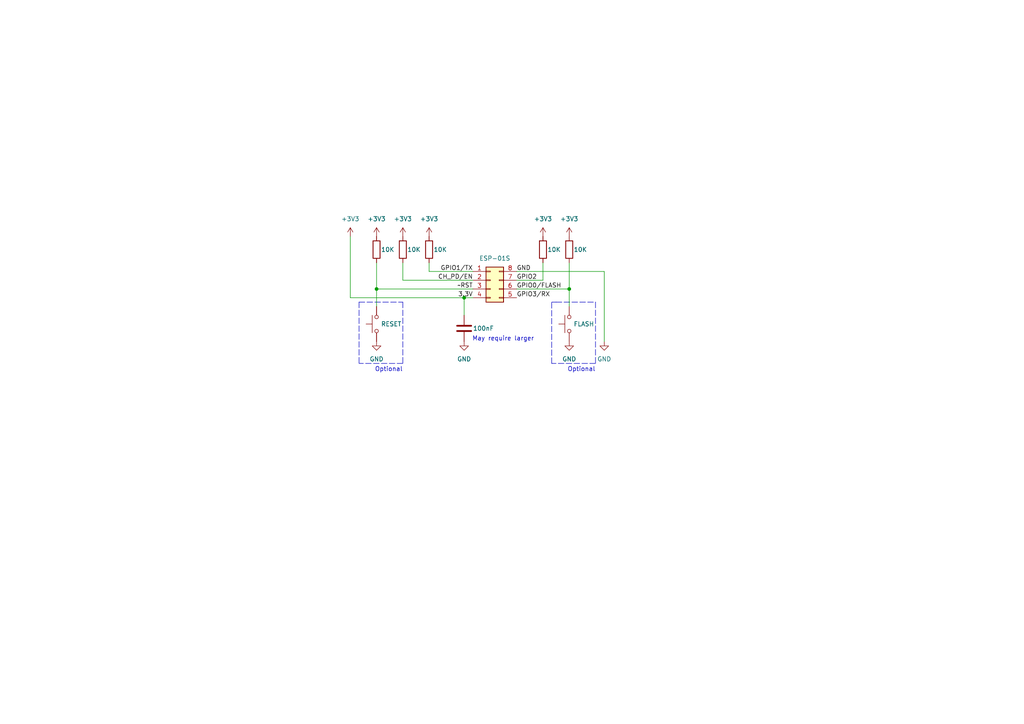
<source format=kicad_sch>
(kicad_sch (version 20210621) (generator eeschema)
  (paper "A4")
  (lib_symbols
    (symbol "Connector_Generic:Conn_02x04_Counter_Clockwise" (pin_names (offset 1.016) hide)
      (property "Reference" "J" (at 1.27 5.08 0))
      (property "Value" "Conn_02x04_Counter_Clockwise" (at 1.27 -7.62 0))
      (symbol "Conn_02x04_Counter_Clockwise_1_1"
        (rectangle (start -1.27 -4.953) (end 0 -5.207) (stroke (width 0.1524)))
        (rectangle (start -1.27 -2.413) (end 0 -2.667) (stroke (width 0.1524)))
        (rectangle (start -1.27 0.127) (end 0 -0.127) (stroke (width 0.1524)))
        (rectangle (start -1.27 2.667) (end 0 2.413) (stroke (width 0.1524)))
        (rectangle (start 3.81 -4.953) (end 2.54 -5.207) (stroke (width 0.1524)))
        (rectangle (start 3.81 -2.413) (end 2.54 -2.667) (stroke (width 0.1524)))
        (rectangle (start 3.81 0.127) (end 2.54 -0.127) (stroke (width 0.1524)))
        (rectangle (start 3.81 2.667) (end 2.54 2.413) (stroke (width 0.1524)))
        (rectangle (start -1.27 3.81) (end 3.81 -6.35) (stroke (width 0.254)) (fill (type background)))
        (pin passive line (at -5.08 2.54 0) (length 3.81) (name "Pin_1") (number "1"))
        (pin passive line (at -5.08 0 0) (length 3.81) (name "Pin_2") (number "2"))
        (pin passive line (at -5.08 -2.54 0) (length 3.81) (name "Pin_3") (number "3"))
        (pin passive line (at -5.08 -5.08 0) (length 3.81) (name "Pin_4") (number "4"))
        (pin passive line (at 7.62 -5.08 180) (length 3.81) (name "Pin_5") (number "5"))
        (pin passive line (at 7.62 -2.54 180) (length 3.81) (name "Pin_6") (number "6"))
        (pin passive line (at 7.62 0 180) (length 3.81) (name "Pin_7") (number "7"))
        (pin passive line (at 7.62 2.54 180) (length 3.81) (name "Pin_8") (number "8"))
      )
    )
    (symbol "Device:C" (pin_numbers hide) (pin_names (offset 0.254))
      (property "Reference" "C" (at 0.635 2.54 0))
      (property "Value" "C" (at 0.635 -2.54 0))
      (symbol "C_0_1"
        (polyline (pts (xy -2.032 -0.762) (xy 2.032 -0.762)) (stroke (width 0.508)))
        (polyline (pts (xy -2.032 0.762) (xy 2.032 0.762)) (stroke (width 0.508)))
      )
      (symbol "C_1_1"
        (pin passive line (at 0 3.81 270) (length 2.794) (name "~") (number "1"))
        (pin passive line (at 0 -3.81 90) (length 2.794) (name "~") (number "2"))
      )
    )
    (symbol "Device:R" (pin_numbers hide) (pin_names (offset 0))
      (property "Reference" "R" (at 2.032 0 90))
      (property "Value" "R" (at 0 0 90))
      (symbol "R_0_1"
        (rectangle (start -1.016 -2.54) (end 1.016 2.54) (stroke (width 0.254)))
      )
      (symbol "R_1_1"
        (pin passive line (at 0 3.81 270) (length 1.27) (name "~") (number "1"))
        (pin passive line (at 0 -3.81 90) (length 1.27) (name "~") (number "2"))
      )
    )
    (symbol "Switch:SW_Push" (pin_numbers hide) (pin_names (offset 1.016) hide)
      (property "Reference" "SW" (at 1.27 2.54 0))
      (property "Value" "SW_Push" (at 0 -1.524 0))
      (symbol "SW_Push_0_1"
        (circle (center -2.032 0) (radius 0.508))
        (circle (center 2.032 0) (radius 0.508))
        (polyline (pts (xy 0 1.27) (xy 0 3.048)))
        (polyline (pts (xy 2.54 1.27) (xy -2.54 1.27)))
        (pin passive line (at -5.08 0 0) (length 2.54) (name "1") (number "1"))
        (pin passive line (at 5.08 0 180) (length 2.54) (name "2") (number "2"))
      )
    )
    (symbol "power:+3.3V" (power) (pin_names (offset 0))
      (property "Value" "+3.3V" (at 0 3.556 0))
      (symbol "+3.3V_0_1"
        (polyline (pts (xy -0.762 1.27) (xy 0 2.54)))
        (polyline (pts (xy 0 0) (xy 0 2.54)))
        (polyline (pts (xy 0 2.54) (xy 0.762 1.27)))
      )
      (symbol "+3.3V_1_1"
        (pin power_in line (at 0 0 90) (length 0) hide (name "+3V3") (number "1"))
      )
    )
    (symbol "power:GND" (power) (pin_names (offset 0))
      (property "Value" "GND" (at 0 -3.81 0))
      (symbol "GND_0_1"
        (polyline (pts (xy 0 0) (xy 0 -1.27) (xy 1.27 -1.27) (xy 0 -2.54) (xy -1.27 -1.27) (xy 0 -1.27)))
      )
      (symbol "GND_1_1"
        (pin power_in line (at 0 0 270) (length 0) hide (name "GND") (number "1"))
      )
    )
  )
  (junction (at 109.22 83.82) (diameter 0.9144))
  (junction (at 134.62 86.36) (diameter 0.9144))
  (junction (at 165.1 83.82) (diameter 0.9144))
  (wire (pts (xy 101.6 68.58) (xy 101.6 86.36)))
  (wire (pts (xy 101.6 86.36) (xy 134.62 86.36)))
  (wire (pts (xy 109.22 76.2) (xy 109.22 83.82)))
  (wire (pts (xy 109.22 83.82) (xy 109.22 88.9)))
  (wire (pts (xy 116.84 76.2) (xy 116.84 81.28)))
  (wire (pts (xy 124.46 78.74) (xy 124.46 76.2)))
  (wire (pts (xy 134.62 86.36) (xy 134.62 91.44)))
  (wire (pts (xy 137.16 78.74) (xy 124.46 78.74)))
  (wire (pts (xy 137.16 81.28) (xy 116.84 81.28)))
  (wire (pts (xy 137.16 83.82) (xy 109.22 83.82)))
  (wire (pts (xy 137.16 86.36) (xy 134.62 86.36)))
  (wire (pts (xy 149.86 78.74) (xy 175.26 78.74)))
  (wire (pts (xy 149.86 81.28) (xy 157.48 81.28)))
  (wire (pts (xy 149.86 83.82) (xy 165.1 83.82)))
  (wire (pts (xy 157.48 81.28) (xy 157.48 76.2)))
  (wire (pts (xy 165.1 76.2) (xy 165.1 83.82)))
  (wire (pts (xy 165.1 83.82) (xy 165.1 88.9)))
  (wire (pts (xy 175.26 78.74) (xy 175.26 99.06)))
  (polyline (pts (xy 104.14 87.63) (xy 104.14 105.41)) (stroke (width 0) (type dash)))
  (polyline (pts (xy 104.14 87.63) (xy 116.84 87.63)) (stroke (width 0) (type dash)))
  (polyline (pts (xy 116.84 87.63) (xy 116.84 105.41)) (stroke (width 0) (type dash)))
  (polyline (pts (xy 116.84 105.41) (xy 104.14 105.41)) (stroke (width 0) (type dash)))
  (polyline (pts (xy 160.02 87.63) (xy 161.29 87.63)) (stroke (width 0) (type dash)))
  (polyline (pts (xy 160.02 105.41) (xy 160.02 87.63)) (stroke (width 0) (type dash)))
  (polyline (pts (xy 161.29 87.63) (xy 172.72 87.63)) (stroke (width 0) (type dash)))
  (polyline (pts (xy 172.72 87.63) (xy 172.72 105.41)) (stroke (width 0) (type dash)))
  (polyline (pts (xy 172.72 105.41) (xy 160.02 105.41)) (stroke (width 0) (type dash)))
  (text "Optional" (at 116.84 107.95 180) (effects (font (size 1.27 1.27)) (justify right bottom)))
  (text "May require larger" (at 154.94 99.06 180) (effects (font (size 1.27 1.27)) (justify right bottom)))
  (text "Optional" (at 172.72 107.95 180) (effects (font (size 1.27 1.27)) (justify right bottom)))
  (label "GPIO1{slash}TX" (at 137.16 78.74 180))
  (label "CH_PD{slash}EN" (at 137.16 81.28 180))
  (label "~RST" (at 137.16 83.82 180))
  (label "3.3V" (at 137.16 86.36 180))
  (label "GND" (at 149.86 78.74 0))
  (label "GPIO2" (at 149.86 81.28 0))
  (label "GPIO0{slash}FLASH" (at 149.86 83.82 0))
  (label "GPIO3{slash}RX" (at 149.86 86.36 0))
  (symbol (lib_id "power:+3.3V") (at 101.6 68.58 0) (unit 1)
    (property "Reference" "#PWR?" (effects hide))
    (property "Value" "+3.3V" (at 101.6 63.5 0))
  )
  (symbol (lib_id "power:+3.3V") (at 109.22 68.58 0) (unit 1)
    (property "Reference" "#PWR?" (effects hide))
    (property "Value" "+3.3V" (at 109.22 63.5 0))
  )
  (symbol (lib_id "power:+3.3V") (at 116.84 68.58 0) (unit 1)
    (property "Reference" "#PWR?" (effects hide))
    (property "Value" "+3.3V" (at 116.84 63.5 0))
  )
  (symbol (lib_id "power:+3.3V") (at 124.46 68.58 0) (unit 1)
    (property "Reference" "#PWR?" (effects hide))
    (property "Value" "+3.3V" (at 124.46 63.5 0))
  )
  (symbol (lib_id "power:+3.3V") (at 157.48 68.58 0) (unit 1)
    (property "Reference" "#PWR?" (effects hide))
    (property "Value" "+3.3V" (at 157.48 63.5 0))
  )
  (symbol (lib_id "power:+3.3V") (at 165.1 68.58 0) (unit 1)
    (property "Reference" "#PWR?" (effects hide))
    (property "Value" "+3.3V" (at 165.1 63.5 0))
  )
  (symbol (lib_id "power:GND") (at 109.22 99.06 0) (unit 1)
    (property "Reference" "#PWR?" (effects hide))
    (property "Value" "GND" (at 109.22 104.14 0))
  )
  (symbol (lib_id "power:GND") (at 134.62 99.06 0) (unit 1)
    (property "Reference" "#PWR?" (effects hide))
    (property "Value" "GND" (at 134.62 104.14 0))
  )
  (symbol (lib_id "power:GND") (at 165.1 99.06 0) (unit 1)
    (property "Reference" "#PWR?" (effects hide))
    (property "Value" "GND" (at 165.1 104.14 0))
  )
  (symbol (lib_id "power:GND") (at 175.26 99.06 0) (unit 1)
    (property "Reference" "#PWR?" (effects hide))
    (property "Value" "GND" (at 175.26 104.14 0))
  )
  (symbol (lib_id "Device:R") (at 109.22 72.39 0) (unit 1)
    (property "Reference" "R?" (effects hide))
    (property "Value" "10K" (at 110.49 72.3899 0) (effects (justify left)))
  )
  (symbol (lib_id "Device:R") (at 116.84 72.39 0) (unit 1)
    (property "Reference" "R?" (effects hide))
    (property "Value" "10K" (at 118.11 72.3899 0) (effects (justify left)))
  )
  (symbol (lib_id "Device:R") (at 124.46 72.39 0) (unit 1)
    (property "Reference" "R?" (effects hide))
    (property "Value" "10K" (at 125.73 72.3899 0) (effects (justify left)))
  )
  (symbol (lib_id "Device:R") (at 157.48 72.39 0) (unit 1)
    (property "Reference" "R?" (effects hide))
    (property "Value" "10K" (at 158.75 72.3899 0) (effects (justify left)))
  )
  (symbol (lib_id "Device:R") (at 165.1 72.39 0) (unit 1)
    (property "Reference" "R?" (effects hide))
    (property "Value" "10K" (at 166.37 72.3899 0) (effects (justify left)))
  )
  (symbol (lib_id "Device:C") (at 134.62 95.25 0) (unit 1)
    (property "Reference" "C?" (effects hide))
    (property "Value" "100nF" (at 137.16 95.2499 0) (effects (justify left)))
  )
  (symbol (lib_id "Switch:SW_Push") (at 109.22 93.98 90) (unit 1)
    (property "Reference" "SW?" (effects hide))
    (property "Value" "RESET" (at 110.49 93.9799 90) (effects (justify right)))
  )
  (symbol (lib_id "Switch:SW_Push") (at 165.1 93.98 90) (unit 1)
    (property "Reference" "SW?" (effects hide))
    (property "Value" "FLASH" (at 166.37 93.9799 90) (effects (justify right)))
  )
  (symbol (lib_id "Connector_Generic:Conn_02x04_Counter_Clockwise") (at 142.24 81.28 0) (unit 1)
    (property "Reference" "J?" (effects hide))
    (property "Value" "ESP-01S" (at 143.51 74.93 0))
  )
)
</source>
